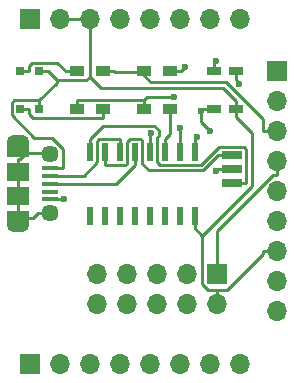
<source format=gtl>
G04 #@! TF.FileFunction,Copper,L1,Top,Signal*
%FSLAX46Y46*%
G04 Gerber Fmt 4.6, Leading zero omitted, Abs format (unit mm)*
G04 Created by KiCad (PCBNEW 4.0.7-e2-6376~58~ubuntu17.04.1) date Mon Oct  2 11:39:13 2017*
%MOMM*%
%LPD*%
G01*
G04 APERTURE LIST*
%ADD10C,0.100000*%
%ADD11R,0.800000X0.800000*%
%ADD12R,0.600000X1.500000*%
%ADD13R,1.900000X1.500000*%
%ADD14C,1.450000*%
%ADD15R,1.350000X0.400000*%
%ADD16O,1.900000X1.200000*%
%ADD17R,1.900000X1.200000*%
%ADD18R,1.700000X1.700000*%
%ADD19O,1.700000X1.700000*%
%ADD20R,1.700000X0.700000*%
%ADD21R,1.200000X0.750000*%
%ADD22R,1.200000X0.900000*%
%ADD23C,0.600000*%
%ADD24C,0.250000*%
G04 APERTURE END LIST*
D10*
D11*
X150025000Y-104140000D03*
X148425000Y-104140000D03*
X150025000Y-100965000D03*
X148425000Y-100965000D03*
D12*
X163195000Y-107790000D03*
X161925000Y-107790000D03*
X160655000Y-107790000D03*
X159385000Y-107790000D03*
X158115000Y-107790000D03*
X156845000Y-107790000D03*
X155575000Y-107790000D03*
X154305000Y-107790000D03*
X154305000Y-113190000D03*
X155575000Y-113190000D03*
X156845000Y-113190000D03*
X158115000Y-113190000D03*
X159385000Y-113190000D03*
X160655000Y-113190000D03*
X161925000Y-113190000D03*
X163195000Y-113190000D03*
D13*
X148240000Y-111490000D03*
D14*
X150940000Y-107990000D03*
D15*
X150940000Y-109840000D03*
X150940000Y-109190000D03*
X150940000Y-111790000D03*
X150940000Y-111140000D03*
X150940000Y-110490000D03*
D14*
X150940000Y-112990000D03*
D13*
X148240000Y-109490000D03*
D16*
X148240000Y-106990000D03*
X148240000Y-113990000D03*
D17*
X148240000Y-113390000D03*
X148240000Y-107590000D03*
D18*
X149225000Y-96520000D03*
D19*
X151765000Y-96520000D03*
X154305000Y-96520000D03*
X156845000Y-96520000D03*
X159385000Y-96520000D03*
X161925000Y-96520000D03*
X164465000Y-96520000D03*
X167005000Y-96520000D03*
D18*
X149225000Y-125730000D03*
D19*
X151765000Y-125730000D03*
X154305000Y-125730000D03*
X156845000Y-125730000D03*
X159385000Y-125730000D03*
X161925000Y-125730000D03*
X164465000Y-125730000D03*
X167005000Y-125730000D03*
D18*
X165100000Y-118110000D03*
D19*
X165100000Y-120650000D03*
X162560000Y-118110000D03*
X162560000Y-120650000D03*
X160020000Y-118110000D03*
X160020000Y-120650000D03*
X157480000Y-118110000D03*
X157480000Y-120650000D03*
X154940000Y-118110000D03*
X154940000Y-120650000D03*
D20*
X166370000Y-110420000D03*
X166370000Y-109220000D03*
X166370000Y-108020000D03*
D21*
X166685000Y-100965000D03*
X164785000Y-100965000D03*
X166685000Y-104140000D03*
X164785000Y-104140000D03*
D22*
X158920000Y-100965000D03*
X161120000Y-100965000D03*
X158920000Y-104140000D03*
X161120000Y-104140000D03*
X155405000Y-104140000D03*
X153205000Y-104140000D03*
X153205000Y-100965000D03*
X155405000Y-100965000D03*
D18*
X170180000Y-100965000D03*
D19*
X170180000Y-103505000D03*
X170180000Y-106045000D03*
X170180000Y-108585000D03*
X170180000Y-111125000D03*
X170180000Y-113665000D03*
X170180000Y-116205000D03*
X170180000Y-118745000D03*
X170180000Y-121285000D03*
D23*
X166912100Y-101998200D03*
X159472500Y-106208200D03*
X163672700Y-104327000D03*
X164465000Y-106045000D03*
X165017400Y-109397300D03*
X163390600Y-106519100D03*
X152152100Y-111782400D03*
X164965800Y-100083900D03*
X161911100Y-105729800D03*
X162347800Y-100631500D03*
X161401000Y-103162000D03*
D24*
X159385000Y-106295700D02*
X159385000Y-107790000D01*
X159472500Y-106208200D02*
X159385000Y-106295700D01*
X166912100Y-101892400D02*
X166912100Y-101998200D01*
X166685000Y-101665300D02*
X166912100Y-101892400D01*
X166685000Y-100965000D02*
X166685000Y-101665300D01*
X163672700Y-104327000D02*
X163672700Y-105252700D01*
X163672700Y-104327000D02*
X163859700Y-104140000D01*
X164785000Y-104140000D02*
X163859700Y-104140000D01*
X163672700Y-105252700D02*
X164465000Y-106045000D01*
X163390600Y-106519100D02*
X163195000Y-106714700D01*
X165017400Y-109397300D02*
X165194700Y-109220000D01*
X166370000Y-109220000D02*
X165194700Y-109220000D01*
X163195000Y-106714700D02*
X163195000Y-107790000D01*
X150940000Y-111790000D02*
X151940300Y-111790000D01*
X151947900Y-111782400D02*
X151940300Y-111790000D01*
X152152100Y-111782400D02*
X151947900Y-111782400D01*
X164785000Y-100965000D02*
X164785000Y-100264700D01*
X164965800Y-100083900D02*
X164785000Y-100264700D01*
X165100000Y-120650000D02*
X165100000Y-119474700D01*
X163195000Y-113190000D02*
X163195000Y-114265300D01*
X151765000Y-96520000D02*
X152940300Y-96520000D01*
X154305000Y-96520000D02*
X152940300Y-96520000D01*
X165955400Y-119474700D02*
X165100000Y-119474700D01*
X169004700Y-116425400D02*
X165955400Y-119474700D01*
X169004700Y-116205000D02*
X169004700Y-116425400D01*
X170180000Y-116205000D02*
X169004700Y-116205000D01*
X154305000Y-96520000D02*
X154305000Y-101408200D01*
X155262300Y-102365500D02*
X154305000Y-101408200D01*
X165610800Y-102365500D02*
X155262300Y-102365500D01*
X166685000Y-103439700D02*
X165610800Y-102365500D01*
X166685000Y-104140000D02*
X166685000Y-103439700D01*
X163820300Y-114890600D02*
X163826100Y-114890600D01*
X163195000Y-114265300D02*
X163820300Y-114890600D01*
X164291900Y-119474700D02*
X165100000Y-119474700D01*
X163826100Y-119008900D02*
X164291900Y-119474700D01*
X163826100Y-114890600D02*
X163826100Y-119008900D01*
X168043500Y-106198800D02*
X166685000Y-104840300D01*
X168043500Y-110673200D02*
X168043500Y-106198800D01*
X163826100Y-114890600D02*
X168043500Y-110673200D01*
X166685000Y-104140000D02*
X166685000Y-104840300D01*
X150025000Y-104140000D02*
X150025000Y-103414700D01*
X153972800Y-101740400D02*
X151525700Y-101740400D01*
X154305000Y-101408200D02*
X153972800Y-101740400D01*
X150940000Y-109190000D02*
X151940300Y-109190000D01*
X151525700Y-101914000D02*
X150025000Y-103414700D01*
X151525700Y-101740400D02*
X151525700Y-101914000D01*
X152011000Y-109119300D02*
X151940300Y-109190000D01*
X152011000Y-107510900D02*
X152011000Y-109119300D01*
X151069900Y-106569800D02*
X152011000Y-107510900D01*
X149565700Y-106569800D02*
X151069900Y-106569800D01*
X147693600Y-104697700D02*
X149565700Y-106569800D01*
X147693600Y-103607600D02*
X147693600Y-104697700D01*
X147886500Y-103414700D02*
X147693600Y-103607600D01*
X150025000Y-103414700D02*
X147886500Y-103414700D01*
X150025000Y-100965000D02*
X150387700Y-100965000D01*
X150387700Y-100965000D02*
X150750300Y-100965000D01*
X151525700Y-101740400D02*
X150750300Y-100965000D01*
X149150300Y-104593300D02*
X149150300Y-104140000D01*
X149472300Y-104915300D02*
X149150300Y-104593300D01*
X155405000Y-104915300D02*
X149472300Y-104915300D01*
X155405000Y-104140000D02*
X155405000Y-104915300D01*
X148425000Y-104140000D02*
X149150300Y-104140000D01*
X152279700Y-100965000D02*
X151554400Y-100239700D01*
X153205000Y-100965000D02*
X152279700Y-100965000D01*
X148425000Y-100965000D02*
X149150300Y-100965000D01*
X149150300Y-100511600D02*
X149150300Y-100965000D01*
X149422200Y-100239700D02*
X149150300Y-100511600D01*
X151554400Y-100239700D02*
X149422200Y-100239700D01*
X161925000Y-105743700D02*
X161925000Y-107790000D01*
X161911100Y-105729800D02*
X161925000Y-105743700D01*
X161120000Y-100965000D02*
X162045300Y-100965000D01*
X162045300Y-100934000D02*
X162347800Y-100631500D01*
X162045300Y-100965000D02*
X162045300Y-100934000D01*
X161120000Y-106249700D02*
X160655000Y-106714700D01*
X161120000Y-104140000D02*
X161120000Y-106249700D01*
X160655000Y-107790000D02*
X160655000Y-106714700D01*
X156490300Y-110490000D02*
X158115000Y-108865300D01*
X150940000Y-110490000D02*
X156490300Y-110490000D01*
X158115000Y-107790000D02*
X158115000Y-108865300D01*
X155119600Y-106714700D02*
X156845000Y-106714700D01*
X154949600Y-106884700D02*
X155119600Y-106714700D01*
X154949600Y-108671100D02*
X154949600Y-106884700D01*
X153780700Y-109840000D02*
X154949600Y-108671100D01*
X150940000Y-109840000D02*
X153780700Y-109840000D01*
X156845000Y-107790000D02*
X156845000Y-106714700D01*
X166370000Y-108020000D02*
X165194700Y-108020000D01*
X155575000Y-107790000D02*
X155575000Y-108865300D01*
X163880500Y-109334200D02*
X165194700Y-108020000D01*
X159321600Y-109334200D02*
X163880500Y-109334200D01*
X158759600Y-108772200D02*
X159321600Y-109334200D01*
X158759600Y-106870100D02*
X158759600Y-108772200D01*
X158604100Y-106714600D02*
X158759600Y-106870100D01*
X157680300Y-106714600D02*
X158604100Y-106714600D01*
X157478000Y-106916900D02*
X157680300Y-106714600D01*
X157478000Y-108736300D02*
X157478000Y-106916900D01*
X157349000Y-108865300D02*
X157478000Y-108736300D01*
X155575000Y-108865300D02*
X157349000Y-108865300D01*
X155455400Y-105564300D02*
X154305000Y-106714700D01*
X159733400Y-105564300D02*
X155455400Y-105564300D01*
X160127000Y-105957900D02*
X159733400Y-105564300D01*
X160127000Y-106438200D02*
X160127000Y-105957900D01*
X160029600Y-106535600D02*
X160127000Y-106438200D01*
X160029600Y-108674700D02*
X160029600Y-106535600D01*
X160220200Y-108865300D02*
X160029600Y-108674700D01*
X163700600Y-108865300D02*
X160220200Y-108865300D01*
X165232000Y-107333900D02*
X163700600Y-108865300D01*
X167375700Y-107333900D02*
X165232000Y-107333900D01*
X167545300Y-107503500D02*
X167375700Y-107333900D01*
X167545300Y-110420000D02*
X167545300Y-107503500D01*
X166370000Y-110420000D02*
X167545300Y-110420000D01*
X154305000Y-107790000D02*
X154305000Y-106714700D01*
X148240000Y-113990000D02*
X148240000Y-113390000D01*
X148240000Y-106990000D02*
X148240000Y-107590000D01*
X149915300Y-112990000D02*
X150940000Y-112990000D01*
X149515300Y-113390000D02*
X149915300Y-112990000D01*
X148240000Y-107590000D02*
X148877700Y-107590000D01*
X148240000Y-113390000D02*
X148877700Y-113390000D01*
X148877700Y-113390000D02*
X149515300Y-113390000D01*
X148240000Y-112752300D02*
X148240000Y-111490000D01*
X148877700Y-113390000D02*
X148240000Y-112752300D01*
X148240000Y-109490000D02*
X148240000Y-111490000D01*
X148877700Y-107590000D02*
X148877700Y-107908800D01*
X148371800Y-108414700D02*
X148877700Y-107908800D01*
X148240000Y-108414700D02*
X148371800Y-108414700D01*
X150858800Y-107908800D02*
X150940000Y-107990000D01*
X148877700Y-107908800D02*
X150858800Y-107908800D01*
X148240000Y-109490000D02*
X148240000Y-108414700D01*
X165100000Y-114473600D02*
X165100000Y-118110000D01*
X169813300Y-109760300D02*
X165100000Y-114473600D01*
X170180000Y-109760300D02*
X169813300Y-109760300D01*
X170180000Y-108585000D02*
X170180000Y-109760300D01*
X161401000Y-103162000D02*
X159122700Y-103162000D01*
X158920000Y-104140000D02*
X158920000Y-103364700D01*
X153205000Y-103364700D02*
X158920000Y-103364700D01*
X153205000Y-104140000D02*
X153205000Y-103364700D01*
X159122700Y-103162000D02*
X158920000Y-103364700D01*
X155405000Y-100965000D02*
X156330300Y-100965000D01*
X159439700Y-101872300D02*
X158920000Y-101352600D01*
X165860400Y-101872300D02*
X159439700Y-101872300D01*
X169004700Y-105016600D02*
X165860400Y-101872300D01*
X169004700Y-106045000D02*
X169004700Y-105016600D01*
X170180000Y-106045000D02*
X169004700Y-106045000D01*
X158920000Y-100965000D02*
X158920000Y-101061900D01*
X158920000Y-101061900D02*
X158920000Y-101352600D01*
X156427200Y-101061900D02*
X156330300Y-100965000D01*
X158920000Y-101061900D02*
X156427200Y-101061900D01*
M02*

</source>
